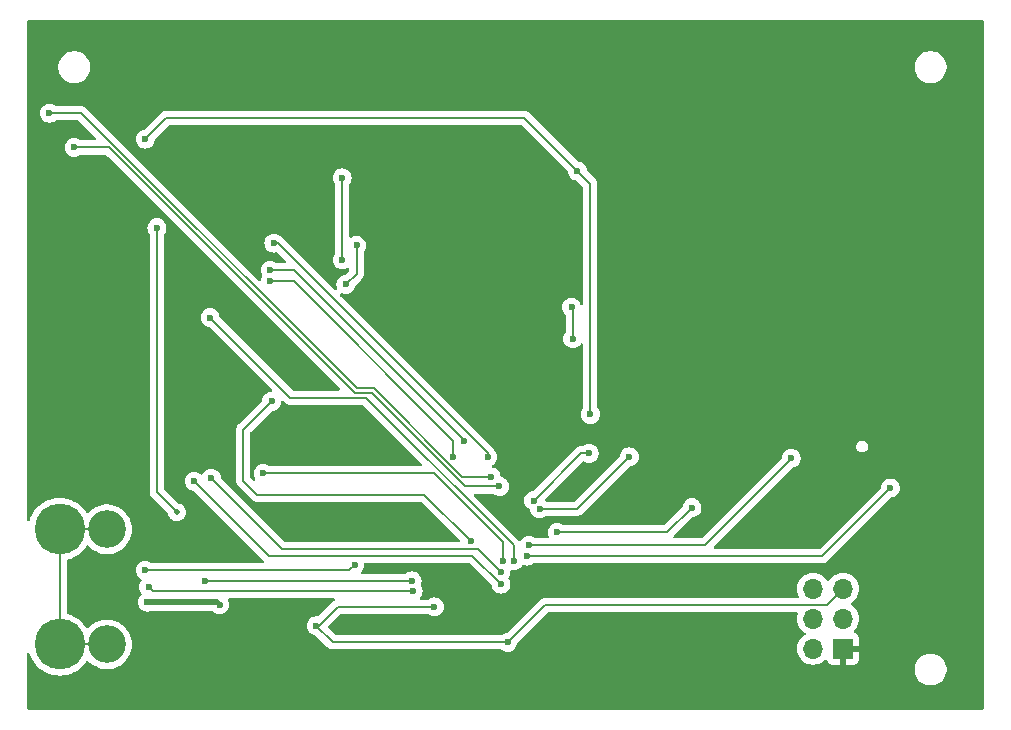
<source format=gbr>
%TF.GenerationSoftware,KiCad,Pcbnew,8.0.0*%
%TF.CreationDate,2024-10-31T15:18:52+01:00*%
%TF.ProjectId,gateway_design_kicad,67617465-7761-4795-9f64-657369676e5f,rev?*%
%TF.SameCoordinates,Original*%
%TF.FileFunction,Copper,L2,Bot*%
%TF.FilePolarity,Positive*%
%FSLAX46Y46*%
G04 Gerber Fmt 4.6, Leading zero omitted, Abs format (unit mm)*
G04 Created by KiCad (PCBNEW 8.0.0) date 2024-10-31 15:18:52*
%MOMM*%
%LPD*%
G01*
G04 APERTURE LIST*
%TA.AperFunction,ComponentPad*%
%ADD10C,3.195000*%
%TD*%
%TA.AperFunction,ComponentPad*%
%ADD11C,4.290000*%
%TD*%
%TA.AperFunction,ComponentPad*%
%ADD12R,1.700000X1.700000*%
%TD*%
%TA.AperFunction,ComponentPad*%
%ADD13O,1.700000X1.700000*%
%TD*%
%TA.AperFunction,ViaPad*%
%ADD14C,0.500000*%
%TD*%
%TA.AperFunction,ViaPad*%
%ADD15C,0.600000*%
%TD*%
%TA.AperFunction,Conductor*%
%ADD16C,0.200000*%
%TD*%
%TA.AperFunction,Conductor*%
%ADD17C,0.500000*%
%TD*%
G04 APERTURE END LIST*
D10*
%TO.P,J6,6,Shield*%
%TO.N,Net-(D6-GND)*%
X90272500Y-99125000D03*
D11*
X86272500Y-99125000D03*
D10*
X90272500Y-108875000D03*
D11*
X86272500Y-108875000D03*
%TD*%
D12*
%TO.P,J7,1,Pin_1*%
%TO.N,GND*%
X152600000Y-109240000D03*
D13*
%TO.P,J7,2,Pin_2*%
%TO.N,unconnected-(J7-Pin_2-Pad2)*%
X150060000Y-109240000D03*
%TO.P,J7,3,Pin_3*%
%TO.N,Net-(J7-Pin_3)*%
X152600000Y-106700000D03*
%TO.P,J7,4,Pin_4*%
%TO.N,Net-(J7-Pin_4)*%
X150060000Y-106700000D03*
%TO.P,J7,5,Pin_5*%
%TO.N,+3V3*%
X152600000Y-104160000D03*
%TO.P,J7,6,Pin_6*%
%TO.N,Net-(J7-Pin_6)*%
X150060000Y-104160000D03*
%TD*%
D14*
%TO.N,+3V3*%
X96199998Y-97700000D03*
D15*
X130100000Y-68800000D03*
X93500000Y-66100000D03*
X94500000Y-73600000D03*
X108000000Y-107300000D03*
X124200000Y-108700000D03*
X118000000Y-105700000D03*
X131200000Y-89400000D03*
D14*
%TO.N,GND*%
X136800000Y-97500000D03*
X159100000Y-64000000D03*
X87200000Y-92700000D03*
X149500000Y-86000000D03*
X120300000Y-77700000D03*
X104900000Y-106600000D03*
D15*
X123500000Y-105700000D03*
X132700000Y-97200000D03*
D14*
X114100000Y-112000000D03*
X161000000Y-92000000D03*
D15*
X115100000Y-76400000D03*
D14*
X89200000Y-79600000D03*
D15*
X129357648Y-104430593D03*
D14*
X113800000Y-102400000D03*
X120300000Y-71500000D03*
X105300000Y-91600000D03*
X104600000Y-70100000D03*
X145200000Y-72500000D03*
D15*
X120900000Y-105200000D03*
D14*
X105800000Y-59700000D03*
X113500000Y-92500000D03*
D15*
X106900000Y-75100000D03*
X102871462Y-82861413D03*
X108600000Y-76000000D03*
%TO.N,USB_P*%
X116179791Y-104341460D03*
X93800000Y-104000000D03*
%TO.N,USB_N*%
X98600000Y-103500000D03*
X116099998Y-103500002D03*
%TO.N,/SIM.IO*%
X129700000Y-83000000D03*
X129600000Y-80330000D03*
%TO.N,USB_OTG*%
X93500002Y-102600002D03*
X111249996Y-102149996D03*
%TO.N,MIC_SD*%
X139800000Y-97300000D03*
X128400000Y-99400000D03*
%TO.N,MIC_SCK*%
X148200000Y-93100000D03*
X126000000Y-100500000D03*
%TO.N,MIC_WS*%
X156600003Y-95636006D03*
X125800000Y-101400000D03*
%TO.N,A_SPWR*%
X121100000Y-100150000D03*
X104200000Y-88300000D03*
%TO.N,TMP_SDA*%
X134500000Y-93000000D03*
X126900000Y-97400000D03*
%TO.N,TMP_SCL*%
X131100000Y-92700000D03*
X126400000Y-96700000D03*
%TO.N,LORA_SCK*%
X99100000Y-94800000D03*
X123600000Y-102750003D03*
%TO.N,LORA_D0*%
X99000000Y-81200000D03*
X124699998Y-101800000D03*
%TO.N,LORA_D1*%
X87500000Y-66800000D03*
X123500000Y-95500000D03*
%TO.N,LORA_MOSI*%
X123625077Y-103762847D03*
X97650000Y-95050000D03*
%TO.N,LORA_D2*%
X85400000Y-63900000D03*
X122800000Y-94700000D03*
%TO.N,A_RX*%
X104100000Y-77200000D03*
X120503124Y-91650002D03*
%TO.N,A_CTS*%
X104090380Y-78109620D03*
X119577820Y-93019241D03*
%TO.N,A_TX*%
X122497799Y-93006705D03*
X104400000Y-74900000D03*
%TO.N,LORA_RESET*%
X123799994Y-101800000D03*
X103500002Y-94400002D03*
%TO.N,+1V8*%
X110175000Y-69375000D03*
X110200000Y-76300000D03*
%TO.N,SCTS*%
X110500000Y-78400000D03*
X111400000Y-75100000D03*
%TO.N,+5V*%
X93700000Y-105300000D03*
X99800000Y-105500000D03*
%TD*%
D16*
%TO.N,+3V3*%
X125600000Y-64300000D02*
X95300000Y-64300000D01*
X94500000Y-96000002D02*
X96199998Y-97700000D01*
X108200000Y-107300000D02*
X109800000Y-105700000D01*
X95300000Y-64300000D02*
X93500000Y-66100000D01*
X108000000Y-107300000D02*
X107937500Y-107300000D01*
X130100000Y-68800000D02*
X125600000Y-64300000D01*
X151210000Y-105550000D02*
X127350000Y-105550000D01*
X94500000Y-73600000D02*
X94500000Y-96000002D01*
X108000000Y-107300000D02*
X108200000Y-107300000D01*
X152600000Y-104160000D02*
X151210000Y-105550000D01*
X124200000Y-108700000D02*
X109400000Y-108700000D01*
X109400000Y-108700000D02*
X108000000Y-107300000D01*
X131200000Y-69900000D02*
X130100000Y-68800000D01*
X131200000Y-89400000D02*
X131200000Y-69900000D01*
X127350000Y-105550000D02*
X124200000Y-108700000D01*
X109800000Y-105700000D02*
X118000000Y-105700000D01*
%TO.N,Net-(D6-GND)*%
X86272500Y-108875000D02*
X90272500Y-108875000D01*
X86272500Y-99125000D02*
X86272500Y-108875000D01*
X90272500Y-99125000D02*
X86272500Y-99125000D01*
%TO.N,USB_P*%
X94141460Y-104341460D02*
X93800000Y-104000000D01*
X116179791Y-104341460D02*
X94141460Y-104341460D01*
%TO.N,USB_N*%
X98600000Y-103500000D02*
X116099996Y-103500000D01*
X116099996Y-103500000D02*
X116099998Y-103500002D01*
%TO.N,/SIM.IO*%
X129700000Y-80430000D02*
X129600000Y-80330000D01*
X129700000Y-83000000D02*
X129700000Y-80430000D01*
%TO.N,USB_OTG*%
X93500004Y-102600000D02*
X93500002Y-102600002D01*
X111249996Y-102149996D02*
X110799992Y-102600000D01*
X110799992Y-102600000D02*
X93500004Y-102600000D01*
%TO.N,MIC_SD*%
X128462500Y-99337500D02*
X128400000Y-99400000D01*
X139800000Y-97300000D02*
X137700000Y-99400000D01*
X137700000Y-99400000D02*
X128400000Y-99400000D01*
%TO.N,MIC_SCK*%
X140900002Y-100500000D02*
X148200000Y-93200002D01*
X126000000Y-100500000D02*
X140900002Y-100500000D01*
X148200000Y-93200002D02*
X148200000Y-93100000D01*
%TO.N,MIC_WS*%
X150836009Y-101400000D02*
X156600003Y-95636006D01*
X125800000Y-101400000D02*
X150836009Y-101400000D01*
%TO.N,A_SPWR*%
X103000000Y-96200000D02*
X117150000Y-96200000D01*
X101800000Y-90700000D02*
X101800000Y-95000000D01*
X104200000Y-88300000D02*
X101800000Y-90700000D01*
X101800000Y-95000000D02*
X103000000Y-96200000D01*
X117150000Y-96200000D02*
X121100000Y-100150000D01*
%TO.N,TMP_SDA*%
X126900000Y-97400000D02*
X130100000Y-97400000D01*
X130100000Y-97400000D02*
X134500000Y-93000000D01*
%TO.N,TMP_SCL*%
X130400000Y-92700000D02*
X126400000Y-96700000D01*
X131100000Y-92700000D02*
X130400000Y-92700000D01*
%TO.N,LORA_SCK*%
X105100000Y-100800000D02*
X121649997Y-100800000D01*
X121649997Y-100800000D02*
X123600000Y-102750003D01*
X99100000Y-94800000D02*
X105100000Y-100800000D01*
%TO.N,LORA_D0*%
X124699998Y-101800000D02*
X124699998Y-100499998D01*
X112200000Y-88000000D02*
X105800000Y-88000000D01*
X124699998Y-100499998D02*
X112200000Y-88000000D01*
X105800000Y-88000000D02*
X99000000Y-81200000D01*
%TO.N,LORA_D1*%
X123500000Y-95500000D02*
X120573655Y-95500000D01*
X112673655Y-87600000D02*
X111231372Y-87600000D01*
X111231372Y-87600000D02*
X90431372Y-66800000D01*
X120573655Y-95500000D02*
X112673655Y-87600000D01*
X90431372Y-66800000D02*
X87500000Y-66800000D01*
%TO.N,LORA_MOSI*%
X103950000Y-101350000D02*
X121212230Y-101350000D01*
X97650000Y-95050000D02*
X103950000Y-101350000D01*
X121212230Y-101350000D02*
X123625077Y-103762847D01*
%TO.N,LORA_D2*%
X88097058Y-63900000D02*
X85400000Y-63900000D01*
X120339340Y-94700000D02*
X112839340Y-87200000D01*
X112839340Y-87200000D02*
X111397058Y-87200000D01*
X122800000Y-94700000D02*
X120339340Y-94700000D01*
X111397058Y-87200000D02*
X88097058Y-63900000D01*
%TO.N,A_RX*%
X106135537Y-77200000D02*
X104100000Y-77200000D01*
X120503124Y-91567587D02*
X106135537Y-77200000D01*
X120503124Y-91650002D02*
X120503124Y-91567587D01*
%TO.N,A_CTS*%
X104090380Y-78109620D02*
X106068286Y-78109620D01*
X106068286Y-78109620D02*
X119577820Y-91619154D01*
X119577820Y-91619154D02*
X119577820Y-93019241D01*
%TO.N,A_TX*%
X104400000Y-74900000D02*
X104754777Y-74900000D01*
X104754777Y-74900000D02*
X122497799Y-92643022D01*
X122497799Y-92643022D02*
X122497799Y-93006705D01*
%TO.N,LORA_RESET*%
X117986243Y-94400002D02*
X123799994Y-100213753D01*
X103500002Y-94400002D02*
X117986243Y-94400002D01*
X123799994Y-100213753D02*
X123799994Y-101800000D01*
%TO.N,+1V8*%
X110200000Y-69400000D02*
X110175000Y-69375000D01*
X110200000Y-76300000D02*
X110200000Y-69400000D01*
%TO.N,SCTS*%
X111400000Y-77500000D02*
X111400000Y-75100000D01*
X110500000Y-78400000D02*
X111400000Y-77500000D01*
%TO.N,+5V*%
X99600000Y-105300000D02*
X99800000Y-105500000D01*
D17*
X93700000Y-105300000D02*
X99600000Y-105300000D01*
%TD*%
%TA.AperFunction,Conductor*%
%TO.N,GND*%
G36*
X105212466Y-88261701D02*
G01*
X105315139Y-88364374D01*
X105315149Y-88364385D01*
X105319479Y-88368715D01*
X105319480Y-88368716D01*
X105431284Y-88480520D01*
X105518095Y-88530639D01*
X105518097Y-88530641D01*
X105568213Y-88559576D01*
X105568215Y-88559577D01*
X105720942Y-88600500D01*
X105720943Y-88600500D01*
X111899903Y-88600500D01*
X111966942Y-88620185D01*
X111987584Y-88636819D01*
X116938586Y-93587821D01*
X116972071Y-93649144D01*
X116967087Y-93718836D01*
X116925215Y-93774769D01*
X116859751Y-93799186D01*
X116850905Y-93799502D01*
X104082414Y-93799502D01*
X104015375Y-93779817D01*
X104005099Y-93772447D01*
X104002265Y-93770187D01*
X104002264Y-93770186D01*
X103920541Y-93718836D01*
X103849525Y-93674213D01*
X103679256Y-93614633D01*
X103679251Y-93614632D01*
X103500006Y-93594437D01*
X103499998Y-93594437D01*
X103320752Y-93614632D01*
X103320747Y-93614633D01*
X103150478Y-93674213D01*
X102997739Y-93770186D01*
X102870186Y-93897739D01*
X102774213Y-94050478D01*
X102714633Y-94220747D01*
X102714632Y-94220752D01*
X102694437Y-94399998D01*
X102694437Y-94400005D01*
X102714632Y-94579251D01*
X102714633Y-94579256D01*
X102774213Y-94749525D01*
X102823454Y-94827891D01*
X102842454Y-94895128D01*
X102822086Y-94961963D01*
X102768818Y-95007177D01*
X102699562Y-95016414D01*
X102636306Y-94986743D01*
X102630779Y-94981544D01*
X102436819Y-94787584D01*
X102403334Y-94726261D01*
X102400500Y-94699903D01*
X102400500Y-91000097D01*
X102420185Y-90933058D01*
X102436819Y-90912416D01*
X103319420Y-90029815D01*
X104218536Y-89130698D01*
X104279857Y-89097215D01*
X104292310Y-89095163D01*
X104379255Y-89085368D01*
X104549522Y-89025789D01*
X104702262Y-88929816D01*
X104829816Y-88802262D01*
X104925789Y-88649522D01*
X104985368Y-88479255D01*
X105001565Y-88335498D01*
X105028631Y-88271085D01*
X105086226Y-88231530D01*
X105156062Y-88229392D01*
X105212466Y-88261701D01*
G37*
%TD.AperFunction*%
%TA.AperFunction,Conductor*%
G36*
X164442539Y-56020185D02*
G01*
X164488294Y-56072989D01*
X164499500Y-56124500D01*
X164499500Y-114275500D01*
X164479815Y-114342539D01*
X164427011Y-114388294D01*
X164375500Y-114399500D01*
X83624500Y-114399500D01*
X83557461Y-114379815D01*
X83511706Y-114327011D01*
X83500500Y-114275500D01*
X83500500Y-109686416D01*
X83520185Y-109619377D01*
X83572989Y-109573622D01*
X83642147Y-109563678D01*
X83705703Y-109592703D01*
X83742885Y-109649526D01*
X83794387Y-109814803D01*
X83794391Y-109814814D01*
X83794392Y-109814817D01*
X83794394Y-109814822D01*
X83925745Y-110106672D01*
X84062017Y-110332093D01*
X84091316Y-110380560D01*
X84091322Y-110380569D01*
X84288698Y-110632500D01*
X84514999Y-110858801D01*
X84610878Y-110933918D01*
X84766938Y-111056183D01*
X85040828Y-111221755D01*
X85332678Y-111353106D01*
X85332688Y-111353109D01*
X85332696Y-111353112D01*
X85536381Y-111416582D01*
X85638233Y-111448321D01*
X85953037Y-111506011D01*
X86272500Y-111525335D01*
X86591963Y-111506011D01*
X86906767Y-111448321D01*
X87212322Y-111353106D01*
X87504172Y-111221755D01*
X87695181Y-111106286D01*
X158649500Y-111106286D01*
X158667788Y-111221756D01*
X158682754Y-111316243D01*
X158694732Y-111353108D01*
X158748444Y-111518414D01*
X158844951Y-111707820D01*
X158969890Y-111879786D01*
X159120213Y-112030109D01*
X159292179Y-112155048D01*
X159292181Y-112155049D01*
X159292184Y-112155051D01*
X159481588Y-112251557D01*
X159683757Y-112317246D01*
X159893713Y-112350500D01*
X159893714Y-112350500D01*
X160106286Y-112350500D01*
X160106287Y-112350500D01*
X160316243Y-112317246D01*
X160518412Y-112251557D01*
X160707816Y-112155051D01*
X160729789Y-112139086D01*
X160879786Y-112030109D01*
X160879788Y-112030106D01*
X160879792Y-112030104D01*
X161030104Y-111879792D01*
X161030106Y-111879788D01*
X161030109Y-111879786D01*
X161155048Y-111707820D01*
X161155047Y-111707820D01*
X161155051Y-111707816D01*
X161251557Y-111518412D01*
X161317246Y-111316243D01*
X161350500Y-111106287D01*
X161350500Y-110893713D01*
X161317246Y-110683757D01*
X161251557Y-110481588D01*
X161155051Y-110292184D01*
X161155049Y-110292181D01*
X161155048Y-110292179D01*
X161030109Y-110120213D01*
X160879786Y-109969890D01*
X160707820Y-109844951D01*
X160518414Y-109748444D01*
X160518413Y-109748443D01*
X160518412Y-109748443D01*
X160316243Y-109682754D01*
X160316241Y-109682753D01*
X160316240Y-109682753D01*
X160154957Y-109657208D01*
X160106287Y-109649500D01*
X159893713Y-109649500D01*
X159845042Y-109657208D01*
X159683760Y-109682753D01*
X159481585Y-109748444D01*
X159292179Y-109844951D01*
X159120213Y-109969890D01*
X158969890Y-110120213D01*
X158844951Y-110292179D01*
X158748444Y-110481585D01*
X158682753Y-110683760D01*
X158649500Y-110893713D01*
X158649500Y-111106286D01*
X87695181Y-111106286D01*
X87778062Y-111056183D01*
X88029997Y-110858804D01*
X88256304Y-110632497D01*
X88453683Y-110380562D01*
X88508048Y-110290631D01*
X88559575Y-110243443D01*
X88628434Y-110231604D01*
X88692763Y-110258872D01*
X88704788Y-110270143D01*
X88837161Y-110411879D01*
X88922841Y-110481585D01*
X89059798Y-110593008D01*
X89059800Y-110593009D01*
X89059801Y-110593010D01*
X89305029Y-110742137D01*
X89305033Y-110742139D01*
X89568276Y-110856480D01*
X89568281Y-110856482D01*
X89844652Y-110933918D01*
X90094632Y-110968277D01*
X90128992Y-110973000D01*
X90128993Y-110973000D01*
X90416008Y-110973000D01*
X90446662Y-110968786D01*
X90700348Y-110933918D01*
X90976719Y-110856482D01*
X91082020Y-110810743D01*
X91239966Y-110742139D01*
X91239970Y-110742137D01*
X91335967Y-110683760D01*
X91485202Y-110593008D01*
X91707842Y-110411876D01*
X91903745Y-110202116D01*
X92069260Y-109967634D01*
X92201305Y-109712798D01*
X92297421Y-109442356D01*
X92355815Y-109161345D01*
X92375402Y-108875000D01*
X92355815Y-108588655D01*
X92297421Y-108307644D01*
X92201306Y-108037205D01*
X92201307Y-108037205D01*
X92069259Y-107782364D01*
X92069255Y-107782358D01*
X91903747Y-107547886D01*
X91725159Y-107356666D01*
X91707842Y-107338124D01*
X91707840Y-107338123D01*
X91707838Y-107338120D01*
X91541806Y-107203043D01*
X91485202Y-107156992D01*
X91485200Y-107156991D01*
X91485198Y-107156989D01*
X91239970Y-107007862D01*
X91239966Y-107007860D01*
X90976723Y-106893519D01*
X90700353Y-106816083D01*
X90700349Y-106816082D01*
X90700348Y-106816082D01*
X90558177Y-106796541D01*
X90416008Y-106777000D01*
X90416007Y-106777000D01*
X90128993Y-106777000D01*
X90128992Y-106777000D01*
X89844652Y-106816082D01*
X89844646Y-106816083D01*
X89568276Y-106893519D01*
X89305033Y-107007860D01*
X89305029Y-107007862D01*
X89059801Y-107156989D01*
X88837161Y-107338121D01*
X88837158Y-107338123D01*
X88837158Y-107338124D01*
X88819841Y-107356666D01*
X88704788Y-107479856D01*
X88644644Y-107515415D01*
X88574822Y-107512812D01*
X88517492Y-107472874D01*
X88508048Y-107459369D01*
X88472158Y-107400000D01*
X88453683Y-107369438D01*
X88256304Y-107117503D01*
X88256301Y-107117499D01*
X88030000Y-106891198D01*
X87778069Y-106693822D01*
X87778066Y-106693820D01*
X87778062Y-106693817D01*
X87504172Y-106528245D01*
X87212322Y-106396894D01*
X87212317Y-106396892D01*
X87212314Y-106396891D01*
X87212307Y-106396888D01*
X86960109Y-106318300D01*
X86901962Y-106279562D01*
X86873988Y-106215537D01*
X86873000Y-106199915D01*
X86873000Y-101800084D01*
X86892685Y-101733045D01*
X86945489Y-101687290D01*
X86960110Y-101681699D01*
X87212303Y-101603112D01*
X87212304Y-101603111D01*
X87212322Y-101603106D01*
X87504172Y-101471755D01*
X87778062Y-101306183D01*
X88029997Y-101108804D01*
X88256304Y-100882497D01*
X88453683Y-100630562D01*
X88508048Y-100540631D01*
X88559575Y-100493443D01*
X88628434Y-100481604D01*
X88692763Y-100508872D01*
X88704788Y-100520143D01*
X88837161Y-100661879D01*
X88917219Y-100727011D01*
X89059798Y-100843008D01*
X89059800Y-100843009D01*
X89059801Y-100843010D01*
X89305029Y-100992137D01*
X89305033Y-100992139D01*
X89568276Y-101106480D01*
X89568281Y-101106482D01*
X89844652Y-101183918D01*
X90094632Y-101218277D01*
X90128992Y-101223000D01*
X90128993Y-101223000D01*
X90416008Y-101223000D01*
X90446662Y-101218786D01*
X90700348Y-101183918D01*
X90976719Y-101106482D01*
X91082020Y-101060743D01*
X91239966Y-100992139D01*
X91239970Y-100992137D01*
X91420265Y-100882497D01*
X91485202Y-100843008D01*
X91707842Y-100661876D01*
X91903745Y-100452116D01*
X92069260Y-100217634D01*
X92201305Y-99962798D01*
X92297421Y-99692356D01*
X92355815Y-99411345D01*
X92375402Y-99125000D01*
X92355815Y-98838655D01*
X92297421Y-98557644D01*
X92261029Y-98455249D01*
X92201306Y-98287205D01*
X92201307Y-98287205D01*
X92069259Y-98032364D01*
X92069255Y-98032358D01*
X91903747Y-97797886D01*
X91812327Y-97700000D01*
X91707842Y-97588124D01*
X91707840Y-97588123D01*
X91707838Y-97588120D01*
X91485198Y-97406989D01*
X91239970Y-97257862D01*
X91239966Y-97257860D01*
X90976723Y-97143519D01*
X90700353Y-97066083D01*
X90700349Y-97066082D01*
X90700348Y-97066082D01*
X90558177Y-97046541D01*
X90416008Y-97027000D01*
X90416007Y-97027000D01*
X90128993Y-97027000D01*
X90128992Y-97027000D01*
X89844652Y-97066082D01*
X89844646Y-97066083D01*
X89568276Y-97143519D01*
X89305033Y-97257860D01*
X89305029Y-97257862D01*
X89059801Y-97406989D01*
X88837161Y-97588121D01*
X88704788Y-97729856D01*
X88644644Y-97765415D01*
X88574822Y-97762812D01*
X88517492Y-97722874D01*
X88508048Y-97709369D01*
X88453684Y-97619440D01*
X88453683Y-97619438D01*
X88256304Y-97367503D01*
X88256301Y-97367499D01*
X88030000Y-97141198D01*
X87778069Y-96943822D01*
X87778066Y-96943820D01*
X87778062Y-96943817D01*
X87504172Y-96778245D01*
X87212322Y-96646894D01*
X87212317Y-96646892D01*
X87212314Y-96646891D01*
X87212303Y-96646887D01*
X86906775Y-96551681D01*
X86906771Y-96551680D01*
X86906767Y-96551679D01*
X86591963Y-96493989D01*
X86591962Y-96493988D01*
X86591957Y-96493988D01*
X86272500Y-96474665D01*
X85953042Y-96493988D01*
X85953037Y-96493989D01*
X85638233Y-96551679D01*
X85638230Y-96551679D01*
X85638224Y-96551681D01*
X85332696Y-96646887D01*
X85332685Y-96646891D01*
X85058739Y-96770184D01*
X85040828Y-96778245D01*
X84766938Y-96943817D01*
X84766935Y-96943818D01*
X84766930Y-96943822D01*
X84514999Y-97141198D01*
X84288698Y-97367499D01*
X84091322Y-97619430D01*
X84091316Y-97619439D01*
X84003071Y-97765415D01*
X83933487Y-97880522D01*
X83925744Y-97893330D01*
X83925743Y-97893332D01*
X83794391Y-98185185D01*
X83794387Y-98185196D01*
X83742885Y-98350473D01*
X83704148Y-98408621D01*
X83640122Y-98436595D01*
X83571137Y-98425513D01*
X83519094Y-98378895D01*
X83500500Y-98313583D01*
X83500500Y-73600003D01*
X93694435Y-73600003D01*
X93714630Y-73779249D01*
X93714631Y-73779254D01*
X93774211Y-73949523D01*
X93870185Y-74102263D01*
X93872445Y-74105097D01*
X93873334Y-74107275D01*
X93873889Y-74108158D01*
X93873734Y-74108255D01*
X93898855Y-74169783D01*
X93899500Y-74182412D01*
X93899500Y-95913332D01*
X93899499Y-95913350D01*
X93899499Y-96079056D01*
X93899498Y-96079056D01*
X93915364Y-96138268D01*
X93931299Y-96197738D01*
X93940423Y-96231786D01*
X93940423Y-96231787D01*
X93967715Y-96279058D01*
X93967715Y-96279059D01*
X94019475Y-96368711D01*
X94019481Y-96368719D01*
X94138349Y-96487587D01*
X94138355Y-96487592D01*
X95426002Y-97775239D01*
X95459487Y-97836562D01*
X95461540Y-97849031D01*
X95463685Y-97868059D01*
X95475653Y-97902262D01*
X95519542Y-98027692D01*
X95519545Y-98027697D01*
X95609516Y-98170884D01*
X95609521Y-98170890D01*
X95729107Y-98290476D01*
X95729113Y-98290481D01*
X95872300Y-98380452D01*
X95872303Y-98380454D01*
X95872307Y-98380455D01*
X95872308Y-98380456D01*
X95944911Y-98405860D01*
X96031941Y-98436314D01*
X96199995Y-98455249D01*
X96199998Y-98455249D01*
X96200001Y-98455249D01*
X96368054Y-98436314D01*
X96368057Y-98436313D01*
X96527688Y-98380456D01*
X96527690Y-98380454D01*
X96527692Y-98380454D01*
X96527695Y-98380452D01*
X96670882Y-98290481D01*
X96670883Y-98290480D01*
X96670888Y-98290477D01*
X96790475Y-98170890D01*
X96818815Y-98125788D01*
X96880450Y-98027697D01*
X96880452Y-98027694D01*
X96880452Y-98027692D01*
X96880454Y-98027690D01*
X96936311Y-97868059D01*
X96936311Y-97868058D01*
X96936312Y-97868056D01*
X96955247Y-97700002D01*
X96955247Y-97699997D01*
X96936312Y-97531943D01*
X96880452Y-97372305D01*
X96880450Y-97372302D01*
X96790479Y-97229115D01*
X96790474Y-97229109D01*
X96670888Y-97109523D01*
X96670882Y-97109518D01*
X96527695Y-97019547D01*
X96527690Y-97019544D01*
X96421267Y-96982306D01*
X96368057Y-96963687D01*
X96349029Y-96961542D01*
X96284617Y-96934474D01*
X96275237Y-96926004D01*
X95136819Y-95787586D01*
X95103334Y-95726263D01*
X95100500Y-95699905D01*
X95100500Y-74182412D01*
X95120185Y-74115373D01*
X95127555Y-74105097D01*
X95129810Y-74102267D01*
X95129816Y-74102262D01*
X95225789Y-73949522D01*
X95285368Y-73779255D01*
X95305565Y-73600000D01*
X95285368Y-73420745D01*
X95225789Y-73250478D01*
X95129816Y-73097738D01*
X95002262Y-72970184D01*
X94849523Y-72874211D01*
X94679254Y-72814631D01*
X94679249Y-72814630D01*
X94500004Y-72794435D01*
X94499996Y-72794435D01*
X94320750Y-72814630D01*
X94320745Y-72814631D01*
X94150476Y-72874211D01*
X93997737Y-72970184D01*
X93870184Y-73097737D01*
X93774211Y-73250476D01*
X93714631Y-73420745D01*
X93714630Y-73420750D01*
X93694435Y-73599996D01*
X93694435Y-73600003D01*
X83500500Y-73600003D01*
X83500500Y-63900003D01*
X84594435Y-63900003D01*
X84614630Y-64079249D01*
X84614631Y-64079254D01*
X84674211Y-64249523D01*
X84770184Y-64402262D01*
X84897738Y-64529816D01*
X85050478Y-64625789D01*
X85220745Y-64685368D01*
X85220750Y-64685369D01*
X85399996Y-64705565D01*
X85400000Y-64705565D01*
X85400004Y-64705565D01*
X85579249Y-64685369D01*
X85579252Y-64685368D01*
X85579255Y-64685368D01*
X85749522Y-64625789D01*
X85902262Y-64529816D01*
X85902267Y-64529810D01*
X85905097Y-64527555D01*
X85907275Y-64526665D01*
X85908158Y-64526111D01*
X85908255Y-64526265D01*
X85969783Y-64501145D01*
X85982412Y-64500500D01*
X87796961Y-64500500D01*
X87864000Y-64520185D01*
X87884642Y-64536819D01*
X89335642Y-65987819D01*
X89369127Y-66049142D01*
X89364143Y-66118834D01*
X89322271Y-66174767D01*
X89256807Y-66199184D01*
X89247961Y-66199500D01*
X88082412Y-66199500D01*
X88015373Y-66179815D01*
X88005097Y-66172445D01*
X88002263Y-66170185D01*
X88002262Y-66170184D01*
X87890559Y-66099996D01*
X87849523Y-66074211D01*
X87679254Y-66014631D01*
X87679249Y-66014630D01*
X87500004Y-65994435D01*
X87499996Y-65994435D01*
X87320750Y-66014630D01*
X87320745Y-66014631D01*
X87150476Y-66074211D01*
X86997737Y-66170184D01*
X86870184Y-66297737D01*
X86774211Y-66450476D01*
X86714631Y-66620745D01*
X86714630Y-66620750D01*
X86694435Y-66799996D01*
X86694435Y-66800003D01*
X86714630Y-66979249D01*
X86714631Y-66979254D01*
X86774211Y-67149523D01*
X86870184Y-67302262D01*
X86997738Y-67429816D01*
X87150478Y-67525789D01*
X87320745Y-67585368D01*
X87320750Y-67585369D01*
X87499996Y-67605565D01*
X87500000Y-67605565D01*
X87500004Y-67605565D01*
X87679249Y-67585369D01*
X87679252Y-67585368D01*
X87679255Y-67585368D01*
X87849522Y-67525789D01*
X88002262Y-67429816D01*
X88002267Y-67429810D01*
X88005097Y-67427555D01*
X88007275Y-67426665D01*
X88008158Y-67426111D01*
X88008255Y-67426265D01*
X88069783Y-67401145D01*
X88082412Y-67400500D01*
X90131275Y-67400500D01*
X90198314Y-67420185D01*
X90218956Y-67436819D01*
X109969956Y-87187819D01*
X110003441Y-87249142D01*
X109998457Y-87318834D01*
X109956585Y-87374767D01*
X109891121Y-87399184D01*
X109882275Y-87399500D01*
X106100097Y-87399500D01*
X106033058Y-87379815D01*
X106012416Y-87363181D01*
X99830700Y-81181465D01*
X99797215Y-81120142D01*
X99795163Y-81107686D01*
X99785368Y-81020745D01*
X99725789Y-80850478D01*
X99629816Y-80697738D01*
X99502262Y-80570184D01*
X99417767Y-80517092D01*
X99349523Y-80474211D01*
X99179254Y-80414631D01*
X99179249Y-80414630D01*
X99000004Y-80394435D01*
X98999996Y-80394435D01*
X98820750Y-80414630D01*
X98820745Y-80414631D01*
X98650476Y-80474211D01*
X98497737Y-80570184D01*
X98370184Y-80697737D01*
X98274211Y-80850476D01*
X98214631Y-81020745D01*
X98214630Y-81020750D01*
X98194435Y-81199996D01*
X98194435Y-81200003D01*
X98214630Y-81379249D01*
X98214631Y-81379254D01*
X98274211Y-81549523D01*
X98370184Y-81702262D01*
X98497738Y-81829816D01*
X98650478Y-81925789D01*
X98820745Y-81985368D01*
X98907669Y-81995161D01*
X98972080Y-82022226D01*
X98981465Y-82030700D01*
X104238298Y-87287533D01*
X104271783Y-87348856D01*
X104266799Y-87418548D01*
X104224927Y-87474481D01*
X104164501Y-87498434D01*
X104020749Y-87514630D01*
X104020745Y-87514631D01*
X103850476Y-87574211D01*
X103697737Y-87670184D01*
X103570184Y-87797737D01*
X103474210Y-87950478D01*
X103414630Y-88120750D01*
X103404837Y-88207667D01*
X103377770Y-88272081D01*
X103369298Y-88281464D01*
X101431286Y-90219478D01*
X101319481Y-90331282D01*
X101319479Y-90331285D01*
X101269361Y-90418094D01*
X101269359Y-90418096D01*
X101240425Y-90468209D01*
X101240424Y-90468210D01*
X101240423Y-90468215D01*
X101199499Y-90620943D01*
X101199499Y-90620945D01*
X101199499Y-90789046D01*
X101199500Y-90789059D01*
X101199500Y-94913330D01*
X101199499Y-94913348D01*
X101199499Y-95079054D01*
X101199498Y-95079054D01*
X101214152Y-95133743D01*
X101240423Y-95231785D01*
X101240424Y-95231786D01*
X101256468Y-95259577D01*
X101256469Y-95259578D01*
X101319475Y-95368709D01*
X101319481Y-95368717D01*
X101438349Y-95487585D01*
X101438355Y-95487590D01*
X102515139Y-96564374D01*
X102515149Y-96564385D01*
X102519479Y-96568715D01*
X102519480Y-96568716D01*
X102631284Y-96680520D01*
X102690044Y-96714444D01*
X102718095Y-96730639D01*
X102718097Y-96730641D01*
X102768213Y-96759576D01*
X102768215Y-96759577D01*
X102920942Y-96800500D01*
X102920943Y-96800500D01*
X116849903Y-96800500D01*
X116916942Y-96820185D01*
X116937584Y-96836819D01*
X120088583Y-99987819D01*
X120122068Y-100049142D01*
X120117084Y-100118834D01*
X120075212Y-100174767D01*
X120009748Y-100199184D01*
X120000902Y-100199500D01*
X105400097Y-100199500D01*
X105333058Y-100179815D01*
X105312416Y-100163181D01*
X99930700Y-94781465D01*
X99897215Y-94720142D01*
X99895163Y-94707686D01*
X99885368Y-94620745D01*
X99825789Y-94450478D01*
X99729816Y-94297738D01*
X99602262Y-94170184D01*
X99449523Y-94074211D01*
X99279254Y-94014631D01*
X99279249Y-94014630D01*
X99100004Y-93994435D01*
X99099996Y-93994435D01*
X98920750Y-94014630D01*
X98920745Y-94014631D01*
X98750476Y-94074211D01*
X98597737Y-94170184D01*
X98470182Y-94297739D01*
X98382980Y-94436520D01*
X98330645Y-94482810D01*
X98261592Y-94493458D01*
X98197744Y-94465083D01*
X98190306Y-94458228D01*
X98152262Y-94420184D01*
X97999523Y-94324211D01*
X97829254Y-94264631D01*
X97829249Y-94264630D01*
X97650004Y-94244435D01*
X97649996Y-94244435D01*
X97470750Y-94264630D01*
X97470745Y-94264631D01*
X97300476Y-94324211D01*
X97147737Y-94420184D01*
X97020184Y-94547737D01*
X96924211Y-94700476D01*
X96864631Y-94870745D01*
X96864630Y-94870750D01*
X96844435Y-95049996D01*
X96844435Y-95050003D01*
X96864630Y-95229249D01*
X96864631Y-95229254D01*
X96924211Y-95399523D01*
X96987347Y-95500003D01*
X97020184Y-95552262D01*
X97147738Y-95679816D01*
X97300478Y-95775789D01*
X97470745Y-95835368D01*
X97557669Y-95845161D01*
X97622080Y-95872226D01*
X97631465Y-95880700D01*
X103465139Y-101714374D01*
X103465149Y-101714385D01*
X103469479Y-101718715D01*
X103469480Y-101718716D01*
X103538584Y-101787820D01*
X103572068Y-101849141D01*
X103567084Y-101918833D01*
X103525213Y-101974767D01*
X103459749Y-101999184D01*
X103450902Y-101999500D01*
X94082412Y-101999500D01*
X94015373Y-101979815D01*
X94005100Y-101972448D01*
X94002263Y-101970185D01*
X93849525Y-101874213D01*
X93679256Y-101814633D01*
X93679251Y-101814632D01*
X93500006Y-101794437D01*
X93499998Y-101794437D01*
X93320752Y-101814632D01*
X93320747Y-101814633D01*
X93150478Y-101874213D01*
X92997739Y-101970186D01*
X92870186Y-102097739D01*
X92774213Y-102250478D01*
X92714633Y-102420747D01*
X92714632Y-102420752D01*
X92694437Y-102599998D01*
X92694437Y-102600005D01*
X92714632Y-102779251D01*
X92714633Y-102779256D01*
X92774213Y-102949525D01*
X92804509Y-102997740D01*
X92870186Y-103102264D01*
X92997740Y-103229818D01*
X93137467Y-103317614D01*
X93183758Y-103369949D01*
X93194406Y-103439002D01*
X93172314Y-103490852D01*
X93173889Y-103491842D01*
X93170184Y-103497737D01*
X93170184Y-103497738D01*
X93168760Y-103500004D01*
X93074211Y-103650476D01*
X93014631Y-103820745D01*
X93014630Y-103820750D01*
X92994435Y-103999996D01*
X92994435Y-104000003D01*
X93014630Y-104179249D01*
X93014631Y-104179254D01*
X93074211Y-104349523D01*
X93170184Y-104502262D01*
X93180241Y-104512319D01*
X93213726Y-104573642D01*
X93208742Y-104643334D01*
X93180241Y-104687681D01*
X93070184Y-104797737D01*
X92974211Y-104950476D01*
X92914631Y-105120745D01*
X92914630Y-105120750D01*
X92894435Y-105299996D01*
X92894435Y-105300003D01*
X92914630Y-105479249D01*
X92914631Y-105479254D01*
X92974211Y-105649523D01*
X93005926Y-105699996D01*
X93070184Y-105802262D01*
X93197738Y-105929816D01*
X93288080Y-105986582D01*
X93344716Y-106022169D01*
X93350478Y-106025789D01*
X93520745Y-106085368D01*
X93520750Y-106085369D01*
X93699996Y-106105565D01*
X93700000Y-106105565D01*
X93700004Y-106105565D01*
X93879249Y-106085369D01*
X93879252Y-106085368D01*
X93879255Y-106085368D01*
X93959017Y-106057457D01*
X93999972Y-106050500D01*
X99167060Y-106050500D01*
X99234099Y-106070185D01*
X99254741Y-106086819D01*
X99297738Y-106129816D01*
X99335167Y-106153334D01*
X99446021Y-106222989D01*
X99450478Y-106225789D01*
X99568121Y-106266954D01*
X99620745Y-106285368D01*
X99620750Y-106285369D01*
X99799996Y-106305565D01*
X99800000Y-106305565D01*
X99800004Y-106305565D01*
X99979249Y-106285369D01*
X99979252Y-106285368D01*
X99979255Y-106285368D01*
X100149522Y-106225789D01*
X100302262Y-106129816D01*
X100429816Y-106002262D01*
X100525789Y-105849522D01*
X100585368Y-105679255D01*
X100587368Y-105661505D01*
X100605565Y-105500003D01*
X100605565Y-105499996D01*
X100585369Y-105320750D01*
X100585368Y-105320745D01*
X100542326Y-105197738D01*
X100525789Y-105150478D01*
X100514136Y-105131932D01*
X100495136Y-105064695D01*
X100515504Y-104997860D01*
X100568771Y-104952646D01*
X100619130Y-104941960D01*
X109449189Y-104941960D01*
X109516228Y-104961645D01*
X109561983Y-105014449D01*
X109571927Y-105083607D01*
X109542902Y-105147163D01*
X109511188Y-105173347D01*
X109431290Y-105219475D01*
X109431282Y-105219481D01*
X108182723Y-106468040D01*
X108121400Y-106501525D01*
X108081159Y-106503579D01*
X108000003Y-106494435D01*
X107999996Y-106494435D01*
X107820750Y-106514630D01*
X107820745Y-106514631D01*
X107650476Y-106574211D01*
X107497737Y-106670184D01*
X107370184Y-106797737D01*
X107274211Y-106950476D01*
X107214631Y-107120745D01*
X107214630Y-107120750D01*
X107194435Y-107299996D01*
X107194435Y-107300003D01*
X107214630Y-107479249D01*
X107214631Y-107479254D01*
X107274211Y-107649523D01*
X107362631Y-107790241D01*
X107370184Y-107802262D01*
X107497738Y-107929816D01*
X107650478Y-108025789D01*
X107820745Y-108085368D01*
X107907669Y-108095161D01*
X107972080Y-108122226D01*
X107981465Y-108130700D01*
X108915139Y-109064374D01*
X108915149Y-109064385D01*
X108919479Y-109068715D01*
X108919480Y-109068716D01*
X109031284Y-109180520D01*
X109118095Y-109230639D01*
X109118097Y-109230641D01*
X109156151Y-109252611D01*
X109168215Y-109259577D01*
X109320943Y-109300501D01*
X109320946Y-109300501D01*
X109486653Y-109300501D01*
X109486669Y-109300500D01*
X123617588Y-109300500D01*
X123684627Y-109320185D01*
X123694903Y-109327555D01*
X123697736Y-109329814D01*
X123697738Y-109329816D01*
X123850478Y-109425789D01*
X123992267Y-109475403D01*
X124020745Y-109485368D01*
X124020750Y-109485369D01*
X124199996Y-109505565D01*
X124200000Y-109505565D01*
X124200004Y-109505565D01*
X124379249Y-109485369D01*
X124379252Y-109485368D01*
X124379255Y-109485368D01*
X124549522Y-109425789D01*
X124702262Y-109329816D01*
X124829816Y-109202262D01*
X124925789Y-109049522D01*
X124985368Y-108879255D01*
X124995161Y-108792329D01*
X125022226Y-108727918D01*
X125030690Y-108718543D01*
X127562417Y-106186819D01*
X127623740Y-106153334D01*
X127650098Y-106150500D01*
X148647497Y-106150500D01*
X148714536Y-106170185D01*
X148760291Y-106222989D01*
X148770235Y-106292147D01*
X148767272Y-106306593D01*
X148724938Y-106464586D01*
X148724936Y-106464596D01*
X148704341Y-106699999D01*
X148704341Y-106700000D01*
X148724936Y-106935403D01*
X148724938Y-106935413D01*
X148786094Y-107163655D01*
X148786096Y-107163659D01*
X148786097Y-107163663D01*
X148790000Y-107172032D01*
X148885965Y-107377830D01*
X148885967Y-107377834D01*
X148982303Y-107515415D01*
X149021501Y-107571396D01*
X149021506Y-107571402D01*
X149188597Y-107738493D01*
X149188603Y-107738498D01*
X149374158Y-107868425D01*
X149417783Y-107923002D01*
X149424977Y-107992500D01*
X149393454Y-108054855D01*
X149374158Y-108071575D01*
X149188597Y-108201505D01*
X149021505Y-108368597D01*
X148885965Y-108562169D01*
X148885964Y-108562171D01*
X148786098Y-108776335D01*
X148786094Y-108776344D01*
X148724938Y-109004586D01*
X148724936Y-109004596D01*
X148704341Y-109239999D01*
X148704341Y-109240000D01*
X148724936Y-109475403D01*
X148724938Y-109475413D01*
X148786094Y-109703655D01*
X148786096Y-109703659D01*
X148786097Y-109703663D01*
X148851980Y-109844949D01*
X148885965Y-109917830D01*
X148885967Y-109917834D01*
X148922422Y-109969896D01*
X149021505Y-110111401D01*
X149188599Y-110278495D01*
X149208142Y-110292179D01*
X149382165Y-110414032D01*
X149382167Y-110414033D01*
X149382170Y-110414035D01*
X149596337Y-110513903D01*
X149824592Y-110575063D01*
X149995319Y-110590000D01*
X150059999Y-110595659D01*
X150060000Y-110595659D01*
X150060001Y-110595659D01*
X150124681Y-110590000D01*
X150295408Y-110575063D01*
X150523663Y-110513903D01*
X150737830Y-110414035D01*
X150931401Y-110278495D01*
X151053717Y-110156178D01*
X151115036Y-110122696D01*
X151184728Y-110127680D01*
X151240662Y-110169551D01*
X151257577Y-110200528D01*
X151306646Y-110332088D01*
X151306649Y-110332093D01*
X151392809Y-110447187D01*
X151392812Y-110447190D01*
X151507906Y-110533350D01*
X151507913Y-110533354D01*
X151642620Y-110583596D01*
X151642627Y-110583598D01*
X151702155Y-110589999D01*
X151702172Y-110590000D01*
X152350000Y-110590000D01*
X152350000Y-109673012D01*
X152407007Y-109705925D01*
X152534174Y-109740000D01*
X152665826Y-109740000D01*
X152792993Y-109705925D01*
X152850000Y-109673012D01*
X152850000Y-110590000D01*
X153497828Y-110590000D01*
X153497844Y-110589999D01*
X153557372Y-110583598D01*
X153557379Y-110583596D01*
X153692086Y-110533354D01*
X153692093Y-110533350D01*
X153807187Y-110447190D01*
X153807190Y-110447187D01*
X153893350Y-110332093D01*
X153893354Y-110332086D01*
X153943596Y-110197379D01*
X153943598Y-110197372D01*
X153949999Y-110137844D01*
X153950000Y-110137827D01*
X153950000Y-109490000D01*
X153033012Y-109490000D01*
X153065925Y-109432993D01*
X153100000Y-109305826D01*
X153100000Y-109174174D01*
X153065925Y-109047007D01*
X153033012Y-108990000D01*
X153950000Y-108990000D01*
X153950000Y-108342172D01*
X153949999Y-108342155D01*
X153943598Y-108282627D01*
X153943596Y-108282620D01*
X153893354Y-108147913D01*
X153893350Y-108147906D01*
X153807190Y-108032812D01*
X153807187Y-108032809D01*
X153692093Y-107946649D01*
X153692088Y-107946646D01*
X153560528Y-107897577D01*
X153504595Y-107855705D01*
X153480178Y-107790241D01*
X153495030Y-107721968D01*
X153516175Y-107693720D01*
X153638495Y-107571401D01*
X153774035Y-107377830D01*
X153873903Y-107163663D01*
X153935063Y-106935408D01*
X153955659Y-106700000D01*
X153955118Y-106693822D01*
X153951539Y-106652918D01*
X153935063Y-106464592D01*
X153873903Y-106236337D01*
X153774035Y-106022171D01*
X153673961Y-105879249D01*
X153638494Y-105828597D01*
X153471402Y-105661506D01*
X153471396Y-105661501D01*
X153285842Y-105531575D01*
X153242217Y-105476998D01*
X153235023Y-105407500D01*
X153266546Y-105345145D01*
X153285842Y-105328425D01*
X153326443Y-105299996D01*
X153471401Y-105198495D01*
X153638495Y-105031401D01*
X153774035Y-104837830D01*
X153873903Y-104623663D01*
X153935063Y-104395408D01*
X153955659Y-104160000D01*
X153935063Y-103924592D01*
X153873903Y-103696337D01*
X153774035Y-103482171D01*
X153768425Y-103474158D01*
X153638494Y-103288597D01*
X153471402Y-103121506D01*
X153471395Y-103121501D01*
X153277834Y-102985967D01*
X153277830Y-102985965D01*
X153199682Y-102949524D01*
X153063663Y-102886097D01*
X153063659Y-102886096D01*
X153063655Y-102886094D01*
X152835413Y-102824938D01*
X152835403Y-102824936D01*
X152600001Y-102804341D01*
X152599999Y-102804341D01*
X152364596Y-102824936D01*
X152364586Y-102824938D01*
X152136344Y-102886094D01*
X152136335Y-102886098D01*
X151922171Y-102985964D01*
X151922169Y-102985965D01*
X151728597Y-103121505D01*
X151561505Y-103288597D01*
X151431575Y-103474158D01*
X151376998Y-103517783D01*
X151307500Y-103524977D01*
X151245145Y-103493454D01*
X151228425Y-103474158D01*
X151098494Y-103288597D01*
X150931402Y-103121506D01*
X150931395Y-103121501D01*
X150737834Y-102985967D01*
X150737830Y-102985965D01*
X150659682Y-102949524D01*
X150523663Y-102886097D01*
X150523659Y-102886096D01*
X150523655Y-102886094D01*
X150295413Y-102824938D01*
X150295403Y-102824936D01*
X150060001Y-102804341D01*
X150059999Y-102804341D01*
X149824596Y-102824936D01*
X149824586Y-102824938D01*
X149596344Y-102886094D01*
X149596335Y-102886098D01*
X149382171Y-102985964D01*
X149382169Y-102985965D01*
X149188597Y-103121505D01*
X149021505Y-103288597D01*
X148885965Y-103482169D01*
X148885964Y-103482171D01*
X148786098Y-103696335D01*
X148786094Y-103696344D01*
X148724938Y-103924586D01*
X148724936Y-103924596D01*
X148704341Y-104159999D01*
X148704341Y-104160000D01*
X148724936Y-104395403D01*
X148724938Y-104395413D01*
X148786094Y-104623655D01*
X148786097Y-104623664D01*
X148807790Y-104670184D01*
X148855779Y-104773096D01*
X148866271Y-104842172D01*
X148837751Y-104905956D01*
X148779275Y-104944196D01*
X148743397Y-104949500D01*
X127436670Y-104949500D01*
X127436654Y-104949499D01*
X127429058Y-104949499D01*
X127270943Y-104949499D01*
X127225615Y-104961645D01*
X127118214Y-104990423D01*
X127118209Y-104990426D01*
X126981290Y-105069475D01*
X126981282Y-105069481D01*
X124181465Y-107869298D01*
X124120142Y-107902783D01*
X124107668Y-107904837D01*
X124020750Y-107914630D01*
X123850478Y-107974210D01*
X123697736Y-108070185D01*
X123694903Y-108072445D01*
X123692724Y-108073334D01*
X123691842Y-108073889D01*
X123691744Y-108073734D01*
X123630217Y-108098855D01*
X123617588Y-108099500D01*
X109700097Y-108099500D01*
X109633058Y-108079815D01*
X109612416Y-108063181D01*
X109036916Y-107487681D01*
X109003431Y-107426358D01*
X109008415Y-107356666D01*
X109036916Y-107312319D01*
X110012417Y-106336819D01*
X110073740Y-106303334D01*
X110100098Y-106300500D01*
X117417588Y-106300500D01*
X117484627Y-106320185D01*
X117494903Y-106327555D01*
X117497736Y-106329814D01*
X117497738Y-106329816D01*
X117650478Y-106425789D01*
X117820745Y-106485368D01*
X117820750Y-106485369D01*
X117999996Y-106505565D01*
X118000000Y-106505565D01*
X118000004Y-106505565D01*
X118179249Y-106485369D01*
X118179252Y-106485368D01*
X118179255Y-106485368D01*
X118349522Y-106425789D01*
X118502262Y-106329816D01*
X118629816Y-106202262D01*
X118725789Y-106049522D01*
X118785368Y-105879255D01*
X118805565Y-105700000D01*
X118801227Y-105661501D01*
X118785369Y-105520750D01*
X118785368Y-105520745D01*
X118725788Y-105350476D01*
X118643474Y-105219475D01*
X118629816Y-105197738D01*
X118502262Y-105070184D01*
X118440541Y-105031402D01*
X118349523Y-104974211D01*
X118179254Y-104914631D01*
X118179249Y-104914630D01*
X118000004Y-104894435D01*
X117999996Y-104894435D01*
X117820750Y-104914630D01*
X117820745Y-104914631D01*
X117650476Y-104974211D01*
X117497736Y-105070185D01*
X117494903Y-105072445D01*
X117492724Y-105073334D01*
X117491842Y-105073889D01*
X117491744Y-105073734D01*
X117430217Y-105098855D01*
X117417588Y-105099500D01*
X116853191Y-105099500D01*
X116786152Y-105079815D01*
X116740397Y-105027011D01*
X116730453Y-104957853D01*
X116759478Y-104894297D01*
X116765510Y-104887819D01*
X116809607Y-104843722D01*
X116905580Y-104690982D01*
X116965159Y-104520715D01*
X116967238Y-104502262D01*
X116985356Y-104341463D01*
X116985356Y-104341456D01*
X116965160Y-104162210D01*
X116965159Y-104162205D01*
X116905579Y-103991935D01*
X116854091Y-103909994D01*
X116835090Y-103842757D01*
X116842042Y-103803069D01*
X116879387Y-103696344D01*
X116885365Y-103679261D01*
X116885367Y-103679251D01*
X116905563Y-103500005D01*
X116905563Y-103499998D01*
X116885367Y-103320752D01*
X116885366Y-103320747D01*
X116855434Y-103235206D01*
X116825787Y-103150480D01*
X116807581Y-103121506D01*
X116729813Y-102997739D01*
X116602260Y-102870186D01*
X116449521Y-102774213D01*
X116279252Y-102714633D01*
X116279247Y-102714632D01*
X116100002Y-102694437D01*
X116099994Y-102694437D01*
X115920748Y-102714632D01*
X115920743Y-102714633D01*
X115750474Y-102774213D01*
X115597736Y-102870185D01*
X115594900Y-102872448D01*
X115592720Y-102873337D01*
X115591840Y-102873891D01*
X115591743Y-102873736D01*
X115530213Y-102898856D01*
X115517588Y-102899500D01*
X111931932Y-102899500D01*
X111864893Y-102879815D01*
X111819138Y-102827011D01*
X111809194Y-102757853D01*
X111838219Y-102694297D01*
X111844251Y-102687819D01*
X111879812Y-102652258D01*
X111975785Y-102499518D01*
X112035364Y-102329251D01*
X112038405Y-102302262D01*
X112055561Y-102149999D01*
X112055561Y-102149990D01*
X112048620Y-102088382D01*
X112060675Y-102019561D01*
X112108025Y-101968182D01*
X112171840Y-101950500D01*
X120912133Y-101950500D01*
X120979172Y-101970185D01*
X120999814Y-101986819D01*
X122794375Y-103781380D01*
X122827860Y-103842703D01*
X122829914Y-103855177D01*
X122839707Y-103942096D01*
X122899287Y-104112368D01*
X122941315Y-104179255D01*
X122995261Y-104265109D01*
X123122815Y-104392663D01*
X123275555Y-104488636D01*
X123367229Y-104520714D01*
X123445822Y-104548215D01*
X123445827Y-104548216D01*
X123625073Y-104568412D01*
X123625077Y-104568412D01*
X123625081Y-104568412D01*
X123804326Y-104548216D01*
X123804329Y-104548215D01*
X123804332Y-104548215D01*
X123974599Y-104488636D01*
X124127339Y-104392663D01*
X124254893Y-104265109D01*
X124350866Y-104112369D01*
X124410445Y-103942102D01*
X124410446Y-103942096D01*
X124430642Y-103762850D01*
X124430642Y-103762843D01*
X124410446Y-103583597D01*
X124410445Y-103583592D01*
X124350865Y-103413322D01*
X124281194Y-103302443D01*
X124262193Y-103235206D01*
X124281194Y-103170497D01*
X124325788Y-103099527D01*
X124361405Y-102997739D01*
X124385368Y-102929258D01*
X124388721Y-102899500D01*
X124405565Y-102750006D01*
X124405565Y-102750001D01*
X124402705Y-102724621D01*
X124414759Y-102655799D01*
X124462107Y-102604419D01*
X124529718Y-102586794D01*
X124539804Y-102587515D01*
X124599783Y-102594273D01*
X124699995Y-102605565D01*
X124699998Y-102605565D01*
X124700002Y-102605565D01*
X124879247Y-102585369D01*
X124879250Y-102585368D01*
X124879253Y-102585368D01*
X125049520Y-102525789D01*
X125202260Y-102429816D01*
X125329814Y-102302262D01*
X125389851Y-102206712D01*
X125442184Y-102160422D01*
X125511237Y-102149773D01*
X125535795Y-102155643D01*
X125568059Y-102166932D01*
X125620740Y-102185367D01*
X125620750Y-102185369D01*
X125799996Y-102205565D01*
X125800000Y-102205565D01*
X125800004Y-102205565D01*
X125979249Y-102185369D01*
X125979252Y-102185368D01*
X125979255Y-102185368D01*
X126149522Y-102125789D01*
X126302262Y-102029816D01*
X126302267Y-102029810D01*
X126305097Y-102027555D01*
X126307275Y-102026665D01*
X126308158Y-102026111D01*
X126308255Y-102026265D01*
X126369783Y-102001145D01*
X126382412Y-102000500D01*
X150749340Y-102000500D01*
X150749356Y-102000501D01*
X150756952Y-102000501D01*
X150915063Y-102000501D01*
X150915066Y-102000501D01*
X151067794Y-101959577D01*
X151117913Y-101930639D01*
X151204725Y-101880520D01*
X151316529Y-101768716D01*
X151316529Y-101768714D01*
X151326737Y-101758507D01*
X151326739Y-101758504D01*
X156618538Y-96466704D01*
X156679859Y-96433221D01*
X156692314Y-96431169D01*
X156779258Y-96421374D01*
X156949525Y-96361795D01*
X157102265Y-96265822D01*
X157229819Y-96138268D01*
X157325792Y-95985528D01*
X157385371Y-95815261D01*
X157385372Y-95815255D01*
X157405568Y-95636009D01*
X157405568Y-95636002D01*
X157385372Y-95456756D01*
X157385371Y-95456751D01*
X157365346Y-95399522D01*
X157325792Y-95286484D01*
X157229819Y-95133744D01*
X157102265Y-95006190D01*
X157088812Y-94997737D01*
X156949526Y-94910217D01*
X156779257Y-94850637D01*
X156779252Y-94850636D01*
X156600007Y-94830441D01*
X156599999Y-94830441D01*
X156420753Y-94850636D01*
X156420748Y-94850637D01*
X156250479Y-94910217D01*
X156097740Y-95006190D01*
X155970187Y-95133743D01*
X155874213Y-95286484D01*
X155814633Y-95456756D01*
X155804840Y-95543674D01*
X155777773Y-95608088D01*
X155769301Y-95617471D01*
X150623593Y-100763181D01*
X150562270Y-100796666D01*
X150535912Y-100799500D01*
X141749099Y-100799500D01*
X141682060Y-100779815D01*
X141636305Y-100727011D01*
X141626361Y-100657853D01*
X141655386Y-100594297D01*
X141661418Y-100587819D01*
X143198761Y-99050476D01*
X148335574Y-93913661D01*
X148382295Y-93884303D01*
X148549522Y-93825789D01*
X148702262Y-93729816D01*
X148829816Y-93602262D01*
X148925789Y-93449522D01*
X148985368Y-93279255D01*
X148994043Y-93202262D01*
X149005565Y-93100003D01*
X149005565Y-93099996D01*
X148985369Y-92920750D01*
X148985368Y-92920745D01*
X148925788Y-92750476D01*
X148867168Y-92657183D01*
X148829816Y-92597738D01*
X148702262Y-92470184D01*
X148660412Y-92443888D01*
X148549523Y-92374211D01*
X148379254Y-92314631D01*
X148379249Y-92314630D01*
X148200004Y-92294435D01*
X148199996Y-92294435D01*
X148020750Y-92314630D01*
X148020745Y-92314631D01*
X147850476Y-92374211D01*
X147697737Y-92470184D01*
X147570184Y-92597737D01*
X147474211Y-92750476D01*
X147414631Y-92920745D01*
X147414630Y-92920750D01*
X147394435Y-93099996D01*
X147394435Y-93104969D01*
X147374750Y-93172008D01*
X147358116Y-93192650D01*
X140687586Y-99863181D01*
X140626263Y-99896666D01*
X140599905Y-99899500D01*
X138349096Y-99899500D01*
X138282057Y-99879815D01*
X138236302Y-99827011D01*
X138226358Y-99757853D01*
X138255383Y-99694297D01*
X138261415Y-99687819D01*
X138898758Y-99050476D01*
X139818535Y-98130698D01*
X139879856Y-98097215D01*
X139892311Y-98095163D01*
X139979255Y-98085368D01*
X140149522Y-98025789D01*
X140302262Y-97929816D01*
X140429816Y-97802262D01*
X140525789Y-97649522D01*
X140585368Y-97479255D01*
X140593510Y-97406992D01*
X140605565Y-97300003D01*
X140605565Y-97299996D01*
X140585369Y-97120750D01*
X140585368Y-97120745D01*
X140581441Y-97109523D01*
X140525789Y-96950478D01*
X140429816Y-96797738D01*
X140302262Y-96670184D01*
X140265196Y-96646894D01*
X140149523Y-96574211D01*
X139979254Y-96514631D01*
X139979249Y-96514630D01*
X139800004Y-96494435D01*
X139799996Y-96494435D01*
X139620750Y-96514630D01*
X139620745Y-96514631D01*
X139450476Y-96574211D01*
X139297737Y-96670184D01*
X139170184Y-96797737D01*
X139074210Y-96950478D01*
X139014630Y-97120750D01*
X139004837Y-97207668D01*
X138977770Y-97272082D01*
X138969298Y-97281465D01*
X137487584Y-98763181D01*
X137426261Y-98796666D01*
X137399903Y-98799500D01*
X128982412Y-98799500D01*
X128915373Y-98779815D01*
X128905097Y-98772445D01*
X128902263Y-98770185D01*
X128902262Y-98770184D01*
X128845496Y-98734515D01*
X128749523Y-98674211D01*
X128579254Y-98614631D01*
X128579249Y-98614630D01*
X128400004Y-98594435D01*
X128399996Y-98594435D01*
X128220750Y-98614630D01*
X128220745Y-98614631D01*
X128050476Y-98674211D01*
X127897737Y-98770184D01*
X127770184Y-98897737D01*
X127674211Y-99050476D01*
X127614631Y-99220745D01*
X127614630Y-99220750D01*
X127594435Y-99399996D01*
X127594435Y-99400003D01*
X127614630Y-99579249D01*
X127614632Y-99579257D01*
X127668970Y-99734546D01*
X127672531Y-99804324D01*
X127637802Y-99864952D01*
X127575809Y-99897179D01*
X127551928Y-99899500D01*
X126582412Y-99899500D01*
X126515373Y-99879815D01*
X126505097Y-99872445D01*
X126502263Y-99870185D01*
X126502262Y-99870184D01*
X126428159Y-99823622D01*
X126349523Y-99774211D01*
X126179254Y-99714631D01*
X126179249Y-99714630D01*
X126000004Y-99694435D01*
X125999996Y-99694435D01*
X125820750Y-99714630D01*
X125820745Y-99714631D01*
X125650476Y-99774211D01*
X125497737Y-99870184D01*
X125370184Y-99997737D01*
X125370182Y-99997740D01*
X125328189Y-100064571D01*
X125275854Y-100110862D01*
X125206801Y-100121509D01*
X125142952Y-100093134D01*
X125135515Y-100086279D01*
X121749239Y-96700003D01*
X125594435Y-96700003D01*
X125614630Y-96879249D01*
X125614631Y-96879254D01*
X125674211Y-97049523D01*
X125770184Y-97202262D01*
X125897737Y-97329815D01*
X125897743Y-97329820D01*
X126050348Y-97425709D01*
X126096639Y-97478043D01*
X126107596Y-97516818D01*
X126114630Y-97579247D01*
X126114631Y-97579252D01*
X126174210Y-97749521D01*
X126186271Y-97768716D01*
X126270184Y-97902262D01*
X126397738Y-98029816D01*
X126550478Y-98125789D01*
X126679352Y-98170884D01*
X126720745Y-98185368D01*
X126720750Y-98185369D01*
X126899996Y-98205565D01*
X126900000Y-98205565D01*
X126900004Y-98205565D01*
X127079249Y-98185369D01*
X127079252Y-98185368D01*
X127079255Y-98185368D01*
X127249522Y-98125789D01*
X127402262Y-98029816D01*
X127402267Y-98029810D01*
X127405097Y-98027555D01*
X127407275Y-98026665D01*
X127408158Y-98026111D01*
X127408255Y-98026265D01*
X127469783Y-98001145D01*
X127482412Y-98000500D01*
X130013331Y-98000500D01*
X130013347Y-98000501D01*
X130020943Y-98000501D01*
X130179054Y-98000501D01*
X130179057Y-98000501D01*
X130331785Y-97959577D01*
X130383332Y-97929816D01*
X130468716Y-97880520D01*
X130580520Y-97768716D01*
X130580520Y-97768714D01*
X130590724Y-97758511D01*
X130590727Y-97758506D01*
X134518536Y-93830698D01*
X134579857Y-93797215D01*
X134592310Y-93795163D01*
X134679255Y-93785368D01*
X134849522Y-93725789D01*
X135002262Y-93629816D01*
X135129816Y-93502262D01*
X135225789Y-93349522D01*
X135285368Y-93179255D01*
X135293738Y-93104969D01*
X135305565Y-93000003D01*
X135305565Y-92999996D01*
X135285369Y-92820750D01*
X135285368Y-92820745D01*
X135282194Y-92811675D01*
X135225789Y-92650478D01*
X135129816Y-92497738D01*
X135002262Y-92370184D01*
X134970897Y-92350476D01*
X134849523Y-92274211D01*
X134679254Y-92214631D01*
X134679249Y-92214630D01*
X134500004Y-92194435D01*
X134499996Y-92194435D01*
X134320750Y-92214630D01*
X134320745Y-92214631D01*
X134150476Y-92274211D01*
X133997737Y-92370184D01*
X133870184Y-92497737D01*
X133774210Y-92650478D01*
X133714630Y-92820750D01*
X133704837Y-92907667D01*
X133677770Y-92972081D01*
X133669298Y-92981464D01*
X129887584Y-96763181D01*
X129826261Y-96796666D01*
X129799903Y-96799500D01*
X127482412Y-96799500D01*
X127415373Y-96779815D01*
X127405091Y-96772441D01*
X127402259Y-96770182D01*
X127396841Y-96766778D01*
X127350550Y-96714444D01*
X127339900Y-96645390D01*
X127368275Y-96581542D01*
X127375119Y-96574114D01*
X130541130Y-93408103D01*
X130602451Y-93374620D01*
X130672143Y-93379604D01*
X130694782Y-93390793D01*
X130750478Y-93425789D01*
X130750481Y-93425790D01*
X130920737Y-93485366D01*
X130920743Y-93485367D01*
X130920745Y-93485368D01*
X130920746Y-93485368D01*
X130920750Y-93485369D01*
X131099996Y-93505565D01*
X131100000Y-93505565D01*
X131100004Y-93505565D01*
X131279249Y-93485369D01*
X131279252Y-93485368D01*
X131279255Y-93485368D01*
X131449522Y-93425789D01*
X131602262Y-93329816D01*
X131729816Y-93202262D01*
X131825789Y-93049522D01*
X131885368Y-92879255D01*
X131889793Y-92839986D01*
X131905565Y-92700003D01*
X131905565Y-92699996D01*
X131885369Y-92520750D01*
X131885368Y-92520745D01*
X131877762Y-92499009D01*
X131825789Y-92350478D01*
X131803265Y-92314632D01*
X131740431Y-92214632D01*
X131729816Y-92197738D01*
X131723970Y-92191892D01*
X153699500Y-92191892D01*
X153709044Y-92227512D01*
X153733608Y-92319187D01*
X153740594Y-92331286D01*
X153799500Y-92433314D01*
X153892686Y-92526500D01*
X154006814Y-92592392D01*
X154134108Y-92626500D01*
X154134110Y-92626500D01*
X154265890Y-92626500D01*
X154265892Y-92626500D01*
X154393186Y-92592392D01*
X154507314Y-92526500D01*
X154600500Y-92433314D01*
X154666392Y-92319186D01*
X154700500Y-92191892D01*
X154700500Y-92060108D01*
X154666392Y-91932814D01*
X154600500Y-91818686D01*
X154507314Y-91725500D01*
X154450250Y-91692554D01*
X154393187Y-91659608D01*
X154329539Y-91642554D01*
X154265892Y-91625500D01*
X154134108Y-91625500D01*
X154006812Y-91659608D01*
X153892686Y-91725500D01*
X153892683Y-91725502D01*
X153799502Y-91818683D01*
X153799500Y-91818686D01*
X153733608Y-91932812D01*
X153699500Y-92060108D01*
X153699500Y-92191892D01*
X131723970Y-92191892D01*
X131602262Y-92070184D01*
X131586226Y-92060108D01*
X131449523Y-91974211D01*
X131279254Y-91914631D01*
X131279249Y-91914630D01*
X131100004Y-91894435D01*
X131099996Y-91894435D01*
X130920750Y-91914630D01*
X130920745Y-91914631D01*
X130750476Y-91974211D01*
X130597736Y-92070185D01*
X130594903Y-92072445D01*
X130592724Y-92073334D01*
X130591842Y-92073889D01*
X130591744Y-92073734D01*
X130530217Y-92098855D01*
X130517588Y-92099500D01*
X130479057Y-92099500D01*
X130320942Y-92099500D01*
X130168215Y-92140423D01*
X130168214Y-92140423D01*
X130168212Y-92140424D01*
X130168209Y-92140425D01*
X130120301Y-92168086D01*
X130120300Y-92168087D01*
X130083416Y-92189382D01*
X130031285Y-92219479D01*
X130031282Y-92219481D01*
X129919478Y-92331286D01*
X126381465Y-95869298D01*
X126320142Y-95902783D01*
X126307668Y-95904837D01*
X126220750Y-95914630D01*
X126050478Y-95974210D01*
X125897737Y-96070184D01*
X125770184Y-96197737D01*
X125674211Y-96350476D01*
X125614631Y-96520745D01*
X125614630Y-96520750D01*
X125594435Y-96699996D01*
X125594435Y-96700003D01*
X121749239Y-96700003D01*
X121361417Y-96312181D01*
X121327932Y-96250858D01*
X121332916Y-96181166D01*
X121374788Y-96125233D01*
X121440252Y-96100816D01*
X121449098Y-96100500D01*
X122917588Y-96100500D01*
X122984627Y-96120185D01*
X122994903Y-96127555D01*
X122997736Y-96129814D01*
X122997738Y-96129816D01*
X123150478Y-96225789D01*
X123264883Y-96265821D01*
X123320745Y-96285368D01*
X123320750Y-96285369D01*
X123499996Y-96305565D01*
X123500000Y-96305565D01*
X123500004Y-96305565D01*
X123679249Y-96285369D01*
X123679252Y-96285368D01*
X123679255Y-96285368D01*
X123849522Y-96225789D01*
X124002262Y-96129816D01*
X124129816Y-96002262D01*
X124225789Y-95849522D01*
X124285368Y-95679255D01*
X124286483Y-95669358D01*
X124305565Y-95500003D01*
X124305565Y-95499996D01*
X124285369Y-95320750D01*
X124285368Y-95320745D01*
X124225789Y-95150478D01*
X124215274Y-95133744D01*
X124176925Y-95072711D01*
X124129816Y-94997738D01*
X124002262Y-94870184D01*
X123971152Y-94850636D01*
X123849521Y-94774210D01*
X123750424Y-94739535D01*
X123679255Y-94714632D01*
X123679253Y-94714631D01*
X123677799Y-94714123D01*
X123621023Y-94673401D01*
X123595533Y-94610963D01*
X123585369Y-94520750D01*
X123585368Y-94520745D01*
X123563492Y-94458228D01*
X123525789Y-94350478D01*
X123429816Y-94197738D01*
X123302262Y-94070184D01*
X123291117Y-94063181D01*
X123149523Y-93974211D01*
X122979254Y-93914631D01*
X122979245Y-93914629D01*
X122973722Y-93914007D01*
X122909310Y-93886936D01*
X122869759Y-93829338D01*
X122867626Y-93759501D01*
X122903589Y-93699597D01*
X122921640Y-93685795D01*
X123000061Y-93636521D01*
X123127615Y-93508967D01*
X123223588Y-93356227D01*
X123283167Y-93185960D01*
X123283168Y-93185954D01*
X123303364Y-93006708D01*
X123303364Y-93006701D01*
X123283168Y-92827455D01*
X123283167Y-92827450D01*
X123256233Y-92750478D01*
X123223588Y-92657183D01*
X123127615Y-92504443D01*
X123089276Y-92466104D01*
X123061654Y-92418260D01*
X123060485Y-92418745D01*
X123057378Y-92411245D01*
X123057376Y-92411238D01*
X123022297Y-92350478D01*
X122978323Y-92274312D01*
X122978320Y-92274308D01*
X122978319Y-92274306D01*
X122866515Y-92162502D01*
X122866514Y-92162501D01*
X122862184Y-92158171D01*
X122862173Y-92158161D01*
X110041350Y-79337338D01*
X110007865Y-79276015D01*
X110012849Y-79206323D01*
X110054721Y-79150390D01*
X110120185Y-79125973D01*
X110169986Y-79132616D01*
X110320737Y-79185366D01*
X110320743Y-79185367D01*
X110320745Y-79185368D01*
X110320746Y-79185368D01*
X110320750Y-79185369D01*
X110499996Y-79205565D01*
X110500000Y-79205565D01*
X110500004Y-79205565D01*
X110679249Y-79185369D01*
X110679252Y-79185368D01*
X110679255Y-79185368D01*
X110849522Y-79125789D01*
X111002262Y-79029816D01*
X111129816Y-78902262D01*
X111225789Y-78749522D01*
X111285368Y-78579255D01*
X111295161Y-78492329D01*
X111322226Y-78427918D01*
X111330690Y-78418543D01*
X111758506Y-77990728D01*
X111758511Y-77990724D01*
X111768714Y-77980520D01*
X111768716Y-77980520D01*
X111880520Y-77868716D01*
X111954312Y-77740904D01*
X111959577Y-77731785D01*
X112000500Y-77579058D01*
X112000500Y-77420943D01*
X112000500Y-75682412D01*
X112020185Y-75615373D01*
X112027555Y-75605097D01*
X112029810Y-75602267D01*
X112029816Y-75602262D01*
X112125789Y-75449522D01*
X112185368Y-75279255D01*
X112205565Y-75100000D01*
X112185368Y-74920745D01*
X112125789Y-74750478D01*
X112107106Y-74720745D01*
X112029815Y-74597737D01*
X111902262Y-74470184D01*
X111749523Y-74374211D01*
X111579254Y-74314631D01*
X111579249Y-74314630D01*
X111400004Y-74294435D01*
X111399996Y-74294435D01*
X111220750Y-74314630D01*
X111220745Y-74314631D01*
X111050476Y-74374211D01*
X110990472Y-74411915D01*
X110923235Y-74430915D01*
X110856400Y-74410547D01*
X110811186Y-74357279D01*
X110800500Y-74306921D01*
X110800500Y-69919854D01*
X110819507Y-69853881D01*
X110840204Y-69820943D01*
X110900789Y-69724522D01*
X110960368Y-69554255D01*
X110962956Y-69531285D01*
X110980565Y-69375003D01*
X110980565Y-69374996D01*
X110960369Y-69195750D01*
X110960368Y-69195745D01*
X110944194Y-69149522D01*
X110900789Y-69025478D01*
X110804816Y-68872738D01*
X110677262Y-68745184D01*
X110617553Y-68707666D01*
X110524523Y-68649211D01*
X110354254Y-68589631D01*
X110354249Y-68589630D01*
X110175004Y-68569435D01*
X110174996Y-68569435D01*
X109995750Y-68589630D01*
X109995745Y-68589631D01*
X109825476Y-68649211D01*
X109672737Y-68745184D01*
X109545184Y-68872737D01*
X109449211Y-69025476D01*
X109389631Y-69195745D01*
X109389630Y-69195750D01*
X109369435Y-69374996D01*
X109369435Y-69375003D01*
X109389630Y-69554249D01*
X109389631Y-69554254D01*
X109449211Y-69724523D01*
X109545184Y-69877262D01*
X109563181Y-69895259D01*
X109596666Y-69956582D01*
X109599500Y-69982940D01*
X109599500Y-75717587D01*
X109579815Y-75784626D01*
X109572450Y-75794896D01*
X109570186Y-75797734D01*
X109474211Y-75950476D01*
X109414631Y-76120745D01*
X109414630Y-76120750D01*
X109394435Y-76299996D01*
X109394435Y-76300003D01*
X109414630Y-76479249D01*
X109414631Y-76479254D01*
X109474211Y-76649523D01*
X109504507Y-76697738D01*
X109570184Y-76802262D01*
X109697738Y-76929816D01*
X109760233Y-76969084D01*
X109842450Y-77020745D01*
X109850478Y-77025789D01*
X110020745Y-77085368D01*
X110020750Y-77085369D01*
X110199996Y-77105565D01*
X110200000Y-77105565D01*
X110200004Y-77105565D01*
X110379249Y-77085369D01*
X110379252Y-77085368D01*
X110379255Y-77085368D01*
X110549522Y-77025789D01*
X110557550Y-77020745D01*
X110576165Y-77009047D01*
X110609527Y-76988084D01*
X110676763Y-76969084D01*
X110743599Y-76989451D01*
X110788813Y-77042718D01*
X110799500Y-77093078D01*
X110799500Y-77199902D01*
X110779815Y-77266941D01*
X110763181Y-77287583D01*
X110481465Y-77569298D01*
X110420142Y-77602783D01*
X110407668Y-77604837D01*
X110320750Y-77614630D01*
X110150478Y-77674210D01*
X109997737Y-77770184D01*
X109870184Y-77897737D01*
X109774211Y-78050476D01*
X109714631Y-78220745D01*
X109714630Y-78220750D01*
X109694435Y-78399996D01*
X109694435Y-78400003D01*
X109714630Y-78579249D01*
X109714632Y-78579257D01*
X109767384Y-78730014D01*
X109770945Y-78799793D01*
X109736216Y-78860420D01*
X109674223Y-78892647D01*
X109604647Y-78886242D01*
X109562661Y-78858649D01*
X105242367Y-74538355D01*
X105242365Y-74538352D01*
X105123494Y-74419481D01*
X105123486Y-74419475D01*
X105021713Y-74360717D01*
X105021711Y-74360716D01*
X104986563Y-74340423D01*
X104985342Y-74339917D01*
X104983147Y-74338450D01*
X104979523Y-74336358D01*
X104979660Y-74336120D01*
X104945116Y-74313038D01*
X104902262Y-74270184D01*
X104749523Y-74174211D01*
X104579254Y-74114631D01*
X104579249Y-74114630D01*
X104400004Y-74094435D01*
X104399996Y-74094435D01*
X104220750Y-74114630D01*
X104220745Y-74114631D01*
X104050476Y-74174211D01*
X103897737Y-74270184D01*
X103770184Y-74397737D01*
X103674211Y-74550476D01*
X103614631Y-74720745D01*
X103614630Y-74720750D01*
X103594435Y-74899996D01*
X103594435Y-74900003D01*
X103614630Y-75079249D01*
X103614631Y-75079254D01*
X103674211Y-75249523D01*
X103770184Y-75402262D01*
X103897738Y-75529816D01*
X103988080Y-75586582D01*
X104013036Y-75602263D01*
X104050478Y-75625789D01*
X104138031Y-75656425D01*
X104220745Y-75685368D01*
X104220750Y-75685369D01*
X104399996Y-75705565D01*
X104400000Y-75705565D01*
X104400004Y-75705565D01*
X104579249Y-75685369D01*
X104579250Y-75685368D01*
X104579255Y-75685368D01*
X104588425Y-75682158D01*
X104658202Y-75678596D01*
X104717061Y-75711519D01*
X105393361Y-76387819D01*
X105426846Y-76449142D01*
X105421862Y-76518834D01*
X105379990Y-76574767D01*
X105314526Y-76599184D01*
X105305680Y-76599500D01*
X104682412Y-76599500D01*
X104615373Y-76579815D01*
X104605097Y-76572445D01*
X104602263Y-76570185D01*
X104602262Y-76570184D01*
X104520539Y-76518834D01*
X104449523Y-76474211D01*
X104279254Y-76414631D01*
X104279249Y-76414630D01*
X104100004Y-76394435D01*
X104099996Y-76394435D01*
X103920750Y-76414630D01*
X103920745Y-76414631D01*
X103750476Y-76474211D01*
X103597737Y-76570184D01*
X103470184Y-76697737D01*
X103374211Y-76850476D01*
X103314631Y-77020745D01*
X103314630Y-77020750D01*
X103294435Y-77199996D01*
X103294435Y-77200003D01*
X103314630Y-77379249D01*
X103314633Y-77379262D01*
X103374208Y-77549517D01*
X103374210Y-77549521D01*
X103374211Y-77549522D01*
X103392768Y-77579056D01*
X103394105Y-77581183D01*
X103413104Y-77648420D01*
X103394105Y-77713123D01*
X103364591Y-77760096D01*
X103364590Y-77760098D01*
X103305013Y-77930357D01*
X103305011Y-77930368D01*
X103300590Y-77969601D01*
X103273522Y-78034014D01*
X103215927Y-78073568D01*
X103146090Y-78075705D01*
X103089689Y-78043396D01*
X91146296Y-66100003D01*
X92694435Y-66100003D01*
X92714630Y-66279249D01*
X92714631Y-66279254D01*
X92774211Y-66449523D01*
X92870184Y-66602262D01*
X92997738Y-66729816D01*
X93150478Y-66825789D01*
X93320745Y-66885368D01*
X93320750Y-66885369D01*
X93499996Y-66905565D01*
X93500000Y-66905565D01*
X93500004Y-66905565D01*
X93679249Y-66885369D01*
X93679252Y-66885368D01*
X93679255Y-66885368D01*
X93849522Y-66825789D01*
X94002262Y-66729816D01*
X94129816Y-66602262D01*
X94225789Y-66449522D01*
X94285368Y-66279255D01*
X94295161Y-66192329D01*
X94322226Y-66127918D01*
X94330690Y-66118543D01*
X95512416Y-64936819D01*
X95573739Y-64903334D01*
X95600097Y-64900500D01*
X125299903Y-64900500D01*
X125366942Y-64920185D01*
X125387584Y-64936819D01*
X129269298Y-68818533D01*
X129302783Y-68879856D01*
X129304837Y-68892330D01*
X129314630Y-68979249D01*
X129374210Y-69149521D01*
X129374211Y-69149522D01*
X129470184Y-69302262D01*
X129597738Y-69429816D01*
X129750478Y-69525789D01*
X129920745Y-69585368D01*
X130007669Y-69595161D01*
X130072080Y-69622226D01*
X130081465Y-69630700D01*
X130563181Y-70112416D01*
X130596666Y-70173739D01*
X130599500Y-70200097D01*
X130599500Y-80032885D01*
X130579815Y-80099924D01*
X130527011Y-80145679D01*
X130457853Y-80155623D01*
X130394297Y-80126598D01*
X130358459Y-80073840D01*
X130325790Y-79980480D01*
X130325789Y-79980478D01*
X130229816Y-79827738D01*
X130102262Y-79700184D01*
X129949523Y-79604211D01*
X129779254Y-79544631D01*
X129779249Y-79544630D01*
X129600004Y-79524435D01*
X129599996Y-79524435D01*
X129420750Y-79544630D01*
X129420745Y-79544631D01*
X129250476Y-79604211D01*
X129097737Y-79700184D01*
X128970184Y-79827737D01*
X128874211Y-79980476D01*
X128814631Y-80150745D01*
X128814630Y-80150750D01*
X128794435Y-80329996D01*
X128794435Y-80330003D01*
X128814630Y-80509249D01*
X128814631Y-80509254D01*
X128874211Y-80679523D01*
X128970184Y-80832262D01*
X129063181Y-80925259D01*
X129096666Y-80986582D01*
X129099500Y-81012940D01*
X129099500Y-82417587D01*
X129079815Y-82484626D01*
X129072450Y-82494896D01*
X129070186Y-82497734D01*
X128974211Y-82650476D01*
X128914631Y-82820745D01*
X128914630Y-82820750D01*
X128894435Y-82999996D01*
X128894435Y-83000003D01*
X128914630Y-83179249D01*
X128914631Y-83179254D01*
X128974211Y-83349523D01*
X129029494Y-83437504D01*
X129070184Y-83502262D01*
X129197738Y-83629816D01*
X129350478Y-83725789D01*
X129520745Y-83785368D01*
X129520750Y-83785369D01*
X129699996Y-83805565D01*
X129700000Y-83805565D01*
X129700004Y-83805565D01*
X129879249Y-83785369D01*
X129879252Y-83785368D01*
X129879255Y-83785368D01*
X130049522Y-83725789D01*
X130202262Y-83629816D01*
X130329816Y-83502262D01*
X130370506Y-83437503D01*
X130422841Y-83391213D01*
X130491894Y-83380565D01*
X130555743Y-83408940D01*
X130594115Y-83467330D01*
X130599500Y-83503476D01*
X130599500Y-88817587D01*
X130579815Y-88884626D01*
X130572450Y-88894896D01*
X130570186Y-88897734D01*
X130474211Y-89050476D01*
X130414631Y-89220745D01*
X130414630Y-89220750D01*
X130394435Y-89399996D01*
X130394435Y-89400003D01*
X130414630Y-89579249D01*
X130414631Y-89579254D01*
X130474211Y-89749523D01*
X130570184Y-89902262D01*
X130697738Y-90029816D01*
X130850478Y-90125789D01*
X131020745Y-90185368D01*
X131020750Y-90185369D01*
X131199996Y-90205565D01*
X131200000Y-90205565D01*
X131200004Y-90205565D01*
X131379249Y-90185369D01*
X131379252Y-90185368D01*
X131379255Y-90185368D01*
X131549522Y-90125789D01*
X131702262Y-90029816D01*
X131829816Y-89902262D01*
X131925789Y-89749522D01*
X131985368Y-89579255D01*
X132005565Y-89400000D01*
X131985368Y-89220745D01*
X131925789Y-89050478D01*
X131829816Y-88897738D01*
X131829814Y-88897736D01*
X131829813Y-88897734D01*
X131827550Y-88894896D01*
X131826659Y-88892715D01*
X131826111Y-88891842D01*
X131826264Y-88891745D01*
X131801144Y-88830209D01*
X131800500Y-88817587D01*
X131800500Y-69989059D01*
X131800501Y-69989046D01*
X131800501Y-69820945D01*
X131800501Y-69820943D01*
X131759577Y-69668215D01*
X131711745Y-69585368D01*
X131680520Y-69531284D01*
X131568716Y-69419480D01*
X131564385Y-69415149D01*
X131564374Y-69415139D01*
X130930700Y-68781465D01*
X130897215Y-68720142D01*
X130895163Y-68707686D01*
X130885368Y-68620745D01*
X130825789Y-68450478D01*
X130729816Y-68297738D01*
X130602262Y-68170184D01*
X130449521Y-68074210D01*
X130279249Y-68014630D01*
X130192330Y-68004837D01*
X130127916Y-67977770D01*
X130118533Y-67969298D01*
X126087590Y-63938355D01*
X126087588Y-63938352D01*
X125968717Y-63819481D01*
X125968716Y-63819480D01*
X125881904Y-63769360D01*
X125881904Y-63769359D01*
X125881900Y-63769358D01*
X125831785Y-63740423D01*
X125679057Y-63699499D01*
X125520943Y-63699499D01*
X125513347Y-63699499D01*
X125513331Y-63699500D01*
X95220940Y-63699500D01*
X95180019Y-63710464D01*
X95180019Y-63710465D01*
X95142751Y-63720451D01*
X95068214Y-63740423D01*
X95068209Y-63740426D01*
X94931290Y-63819475D01*
X94931282Y-63819481D01*
X94819478Y-63931286D01*
X93481465Y-65269298D01*
X93420142Y-65302783D01*
X93407668Y-65304837D01*
X93320750Y-65314630D01*
X93150478Y-65374210D01*
X92997737Y-65470184D01*
X92870184Y-65597737D01*
X92774211Y-65750476D01*
X92714631Y-65920745D01*
X92714630Y-65920750D01*
X92694435Y-66099996D01*
X92694435Y-66100003D01*
X91146296Y-66100003D01*
X88584648Y-63538355D01*
X88584646Y-63538352D01*
X88465775Y-63419481D01*
X88465767Y-63419475D01*
X88363994Y-63360717D01*
X88363992Y-63360716D01*
X88328848Y-63340425D01*
X88328847Y-63340424D01*
X88316321Y-63337067D01*
X88176115Y-63299499D01*
X88018001Y-63299499D01*
X88010405Y-63299499D01*
X88010389Y-63299500D01*
X85982412Y-63299500D01*
X85915373Y-63279815D01*
X85905097Y-63272445D01*
X85902263Y-63270185D01*
X85902262Y-63270184D01*
X85845496Y-63234515D01*
X85749523Y-63174211D01*
X85579254Y-63114631D01*
X85579249Y-63114630D01*
X85400004Y-63094435D01*
X85399996Y-63094435D01*
X85220750Y-63114630D01*
X85220745Y-63114631D01*
X85050476Y-63174211D01*
X84897737Y-63270184D01*
X84770184Y-63397737D01*
X84674211Y-63550476D01*
X84614631Y-63720745D01*
X84614630Y-63720750D01*
X84594435Y-63899996D01*
X84594435Y-63900003D01*
X83500500Y-63900003D01*
X83500500Y-60106286D01*
X86149500Y-60106286D01*
X86182753Y-60316239D01*
X86248444Y-60518414D01*
X86344951Y-60707820D01*
X86469890Y-60879786D01*
X86620213Y-61030109D01*
X86792179Y-61155048D01*
X86792181Y-61155049D01*
X86792184Y-61155051D01*
X86981588Y-61251557D01*
X87183757Y-61317246D01*
X87393713Y-61350500D01*
X87393714Y-61350500D01*
X87606286Y-61350500D01*
X87606287Y-61350500D01*
X87816243Y-61317246D01*
X88018412Y-61251557D01*
X88207816Y-61155051D01*
X88229789Y-61139086D01*
X88379786Y-61030109D01*
X88379788Y-61030106D01*
X88379792Y-61030104D01*
X88530104Y-60879792D01*
X88530106Y-60879788D01*
X88530109Y-60879786D01*
X88655048Y-60707820D01*
X88655047Y-60707820D01*
X88655051Y-60707816D01*
X88751557Y-60518412D01*
X88817246Y-60316243D01*
X88850500Y-60106287D01*
X88850500Y-60106286D01*
X158649500Y-60106286D01*
X158682753Y-60316239D01*
X158748444Y-60518414D01*
X158844951Y-60707820D01*
X158969890Y-60879786D01*
X159120213Y-61030109D01*
X159292179Y-61155048D01*
X159292181Y-61155049D01*
X159292184Y-61155051D01*
X159481588Y-61251557D01*
X159683757Y-61317246D01*
X159893713Y-61350500D01*
X159893714Y-61350500D01*
X160106286Y-61350500D01*
X160106287Y-61350500D01*
X160316243Y-61317246D01*
X160518412Y-61251557D01*
X160707816Y-61155051D01*
X160729789Y-61139086D01*
X160879786Y-61030109D01*
X160879788Y-61030106D01*
X160879792Y-61030104D01*
X161030104Y-60879792D01*
X161030106Y-60879788D01*
X161030109Y-60879786D01*
X161155048Y-60707820D01*
X161155047Y-60707820D01*
X161155051Y-60707816D01*
X161251557Y-60518412D01*
X161317246Y-60316243D01*
X161350500Y-60106287D01*
X161350500Y-59893713D01*
X161317246Y-59683757D01*
X161251557Y-59481588D01*
X161155051Y-59292184D01*
X161155049Y-59292181D01*
X161155048Y-59292179D01*
X161030109Y-59120213D01*
X160879786Y-58969890D01*
X160707820Y-58844951D01*
X160518414Y-58748444D01*
X160518413Y-58748443D01*
X160518412Y-58748443D01*
X160316243Y-58682754D01*
X160316241Y-58682753D01*
X160316240Y-58682753D01*
X160154957Y-58657208D01*
X160106287Y-58649500D01*
X159893713Y-58649500D01*
X159845042Y-58657208D01*
X159683760Y-58682753D01*
X159481585Y-58748444D01*
X159292179Y-58844951D01*
X159120213Y-58969890D01*
X158969890Y-59120213D01*
X158844951Y-59292179D01*
X158748444Y-59481585D01*
X158682753Y-59683760D01*
X158649500Y-59893713D01*
X158649500Y-60106286D01*
X88850500Y-60106286D01*
X88850500Y-59893713D01*
X88817246Y-59683757D01*
X88751557Y-59481588D01*
X88655051Y-59292184D01*
X88655049Y-59292181D01*
X88655048Y-59292179D01*
X88530109Y-59120213D01*
X88379786Y-58969890D01*
X88207820Y-58844951D01*
X88018414Y-58748444D01*
X88018413Y-58748443D01*
X88018412Y-58748443D01*
X87816243Y-58682754D01*
X87816241Y-58682753D01*
X87816240Y-58682753D01*
X87654957Y-58657208D01*
X87606287Y-58649500D01*
X87393713Y-58649500D01*
X87345042Y-58657208D01*
X87183760Y-58682753D01*
X86981585Y-58748444D01*
X86792179Y-58844951D01*
X86620213Y-58969890D01*
X86469890Y-59120213D01*
X86344951Y-59292179D01*
X86248444Y-59481585D01*
X86182753Y-59683760D01*
X86149500Y-59893713D01*
X86149500Y-60106286D01*
X83500500Y-60106286D01*
X83500500Y-56124500D01*
X83520185Y-56057461D01*
X83572989Y-56011706D01*
X83624500Y-56000500D01*
X164375500Y-56000500D01*
X164442539Y-56020185D01*
G37*
%TD.AperFunction*%
%TD*%
M02*

</source>
